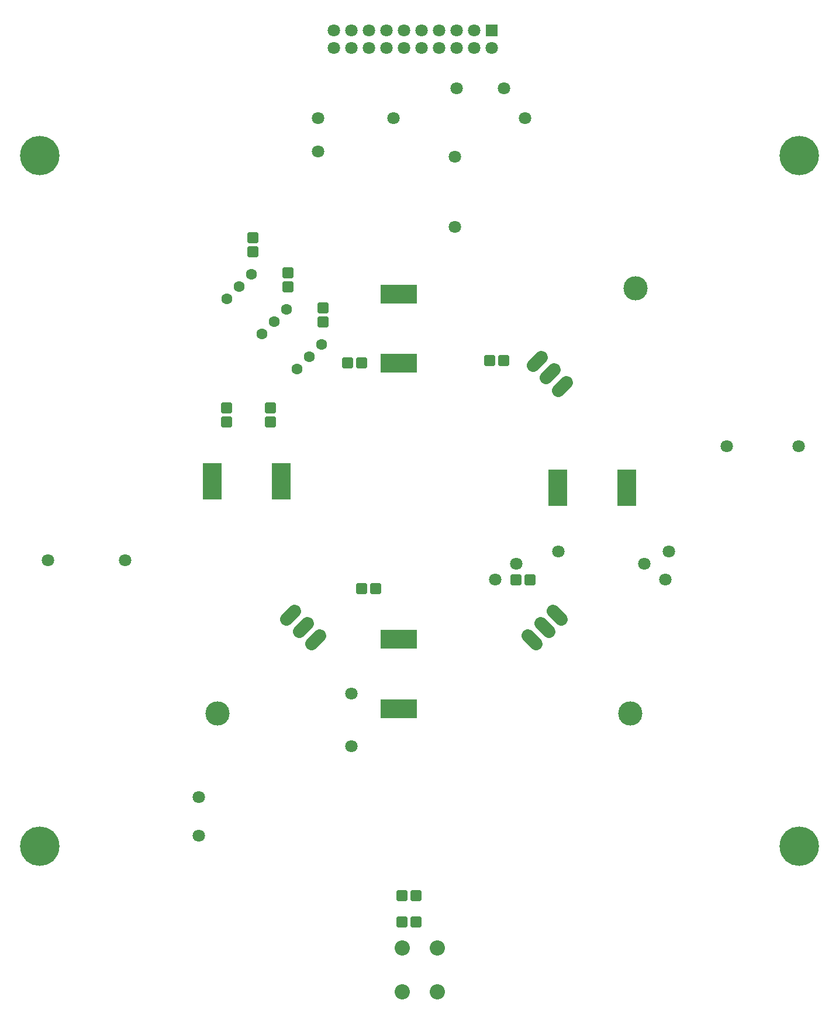
<source format=gbr>
G04 EAGLE Gerber RS-274X export*
G75*
%MOMM*%
%FSLAX34Y34*%
%LPD*%
%INSoldermask Bottom*%
%IPPOS*%
%AMOC8*
5,1,8,0,0,1.08239X$1,22.5*%
G01*
%ADD10C,0.480959*%
%ADD11C,1.603200*%
%ADD12C,2.203200*%
%ADD13R,1.803200X1.803200*%
%ADD14C,1.803200*%
%ADD15C,1.879600*%
%ADD16C,3.505200*%
%ADD17R,2.743200X5.283200*%
%ADD18R,5.283200X2.743200*%
%ADD19C,5.703200*%


D10*
X780311Y184889D02*
X769089Y184889D01*
X769089Y196111D01*
X780311Y196111D01*
X780311Y184889D01*
X780311Y189458D02*
X769089Y189458D01*
X769089Y194027D02*
X780311Y194027D01*
X789279Y184889D02*
X800501Y184889D01*
X789279Y184889D02*
X789279Y196111D01*
X800501Y196111D01*
X800501Y184889D01*
X800501Y189458D02*
X789279Y189458D01*
X789279Y194027D02*
X800501Y194027D01*
D11*
X622300Y990600D03*
X640261Y1008561D03*
X658221Y1026521D03*
X571500Y1041400D03*
X589461Y1059361D03*
X607421Y1077321D03*
X520700Y1092200D03*
X538661Y1110161D03*
X556621Y1128121D03*
D10*
X789409Y234211D02*
X800631Y234211D01*
X800631Y222989D01*
X789409Y222989D01*
X789409Y234211D01*
X789409Y227558D02*
X800631Y227558D01*
X800631Y232127D02*
X789409Y232127D01*
X780441Y234211D02*
X769219Y234211D01*
X780441Y234211D02*
X780441Y222989D01*
X769219Y222989D01*
X769219Y234211D01*
X769219Y227558D02*
X780441Y227558D01*
X780441Y232127D02*
X769219Y232127D01*
X934189Y680189D02*
X945411Y680189D01*
X934189Y680189D02*
X934189Y691411D01*
X945411Y691411D01*
X945411Y680189D01*
X945411Y684758D02*
X934189Y684758D01*
X934189Y689327D02*
X945411Y689327D01*
X954379Y680189D02*
X965601Y680189D01*
X954379Y680189D02*
X954379Y691411D01*
X965601Y691411D01*
X965601Y680189D01*
X965601Y684758D02*
X954379Y684758D01*
X954379Y689327D02*
X965601Y689327D01*
X742211Y678711D02*
X730989Y678711D01*
X742211Y678711D02*
X742211Y667489D01*
X730989Y667489D01*
X730989Y678711D01*
X730989Y672058D02*
X742211Y672058D01*
X742211Y676627D02*
X730989Y676627D01*
X722021Y678711D02*
X710799Y678711D01*
X722021Y678711D02*
X722021Y667489D01*
X710799Y667489D01*
X710799Y678711D01*
X710799Y672058D02*
X722021Y672058D01*
X722021Y676627D02*
X710799Y676627D01*
X896089Y997689D02*
X907311Y997689D01*
X896089Y997689D02*
X896089Y1008911D01*
X907311Y1008911D01*
X907311Y997689D01*
X907311Y1002258D02*
X896089Y1002258D01*
X896089Y1006827D02*
X907311Y1006827D01*
X916279Y997689D02*
X927501Y997689D01*
X916279Y997689D02*
X916279Y1008911D01*
X927501Y1008911D01*
X927501Y997689D01*
X927501Y1002258D02*
X916279Y1002258D01*
X916279Y1006827D02*
X927501Y1006827D01*
X721891Y1005101D02*
X710669Y1005101D01*
X721891Y1005101D02*
X721891Y993879D01*
X710669Y993879D01*
X710669Y1005101D01*
X710669Y998448D02*
X721891Y998448D01*
X721891Y1003017D02*
X710669Y1003017D01*
X701701Y1005101D02*
X690479Y1005101D01*
X701701Y1005101D02*
X701701Y993879D01*
X690479Y993879D01*
X690479Y1005101D01*
X690479Y998448D02*
X701701Y998448D01*
X701701Y1003017D02*
X690479Y1003017D01*
X589811Y920011D02*
X589811Y908789D01*
X578589Y908789D01*
X578589Y920011D01*
X589811Y920011D01*
X589811Y913358D02*
X578589Y913358D01*
X578589Y917927D02*
X589811Y917927D01*
X589811Y928979D02*
X589811Y940201D01*
X589811Y928979D02*
X578589Y928979D01*
X578589Y940201D01*
X589811Y940201D01*
X589811Y933548D02*
X578589Y933548D01*
X578589Y938117D02*
X589811Y938117D01*
X526311Y920011D02*
X526311Y908789D01*
X515089Y908789D01*
X515089Y920011D01*
X526311Y920011D01*
X526311Y913358D02*
X515089Y913358D01*
X515089Y917927D02*
X526311Y917927D01*
X526311Y928979D02*
X526311Y940201D01*
X526311Y928979D02*
X515089Y928979D01*
X515089Y940201D01*
X526311Y940201D01*
X526311Y933548D02*
X515089Y933548D01*
X515089Y938117D02*
X526311Y938117D01*
X654789Y1073889D02*
X654789Y1085111D01*
X666011Y1085111D01*
X666011Y1073889D01*
X654789Y1073889D01*
X654789Y1078458D02*
X666011Y1078458D01*
X666011Y1083027D02*
X654789Y1083027D01*
X654789Y1064921D02*
X654789Y1053699D01*
X654789Y1064921D02*
X666011Y1064921D01*
X666011Y1053699D01*
X654789Y1053699D01*
X654789Y1058268D02*
X666011Y1058268D01*
X666011Y1062837D02*
X654789Y1062837D01*
X603989Y1124689D02*
X603989Y1135911D01*
X615211Y1135911D01*
X615211Y1124689D01*
X603989Y1124689D01*
X603989Y1129258D02*
X615211Y1129258D01*
X615211Y1133827D02*
X603989Y1133827D01*
X603989Y1115721D02*
X603989Y1104499D01*
X603989Y1115721D02*
X615211Y1115721D01*
X615211Y1104499D01*
X603989Y1104499D01*
X603989Y1109068D02*
X615211Y1109068D01*
X615211Y1113637D02*
X603989Y1113637D01*
X553189Y1175489D02*
X553189Y1186711D01*
X564411Y1186711D01*
X564411Y1175489D01*
X553189Y1175489D01*
X553189Y1180058D02*
X564411Y1180058D01*
X564411Y1184627D02*
X553189Y1184627D01*
X553189Y1166521D02*
X553189Y1155299D01*
X553189Y1166521D02*
X564411Y1166521D01*
X564411Y1155299D01*
X553189Y1155299D01*
X553189Y1159868D02*
X564411Y1159868D01*
X564411Y1164437D02*
X553189Y1164437D01*
D12*
X774700Y152400D03*
X825500Y152400D03*
X825500Y88900D03*
X774700Y88900D03*
D13*
X904240Y1480820D03*
D14*
X904240Y1455420D03*
X878840Y1480820D03*
X878840Y1455420D03*
X853440Y1480820D03*
X853440Y1455420D03*
X828040Y1480820D03*
X828040Y1455420D03*
X802640Y1480820D03*
X802640Y1455420D03*
X777240Y1480820D03*
X777240Y1455420D03*
X751840Y1480820D03*
X751840Y1455420D03*
X726440Y1480820D03*
X726440Y1455420D03*
X701040Y1480820D03*
X701040Y1455420D03*
X675640Y1480820D03*
X675640Y1455420D03*
D15*
X993292Y640289D02*
X1005146Y628435D01*
X987186Y610474D02*
X975332Y622328D01*
X957371Y604368D02*
X969225Y592514D01*
D16*
X1105186Y492474D03*
D15*
X655529Y604368D02*
X643675Y592514D01*
X625714Y610474D02*
X637568Y622328D01*
X619608Y640289D02*
X607754Y628435D01*
D16*
X507714Y492474D03*
D15*
X964991Y995832D02*
X976845Y1007686D01*
X994806Y989726D02*
X982952Y977872D01*
X1000912Y959911D02*
X1012766Y971765D01*
D16*
X1112806Y1107726D03*
D17*
X1000100Y819300D03*
X1100100Y819300D03*
D18*
X770100Y599300D03*
X770100Y499300D03*
D17*
X600100Y828500D03*
X500100Y828500D03*
D18*
X770100Y999300D03*
X770100Y1099300D03*
D14*
X652780Y1305560D03*
X652780Y1353820D03*
X909320Y685800D03*
X1155700Y685800D03*
X762000Y1353820D03*
X952500Y1353820D03*
X939800Y708660D03*
X1125220Y708660D03*
X373380Y713740D03*
X261620Y713740D03*
X853440Y1397000D03*
X922020Y1397000D03*
D19*
X250000Y1300000D03*
X1350000Y1300000D03*
X250000Y300000D03*
X1350000Y300000D03*
D14*
X701040Y444500D03*
X701040Y520700D03*
X1244600Y878840D03*
X1348740Y878840D03*
X480060Y370840D03*
X480060Y314960D03*
X850900Y1297940D03*
X850900Y1196340D03*
X1000760Y726440D03*
X1160780Y726440D03*
M02*

</source>
